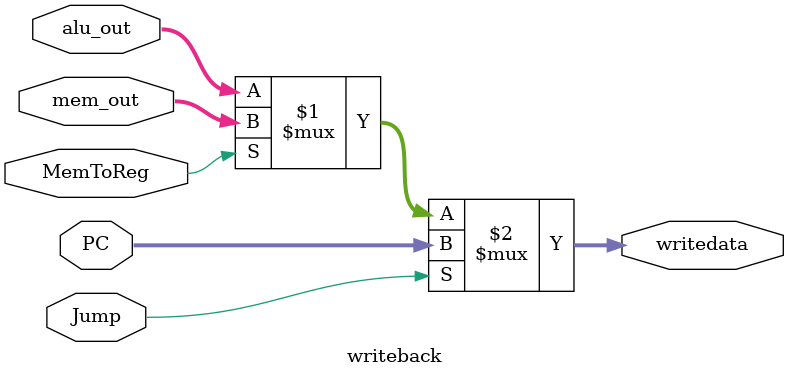
<source format=v>
module writeback (
    input [15:0] mem_out,
    input [15:0] alu_out,
    input MemToReg,
    input Jump,
    input [15:0] PC,
    output [15:0] writedata
);
    assign writedata = (Jump) ? PC : (MemToReg) ? mem_out : alu_out;

endmodule
</source>
